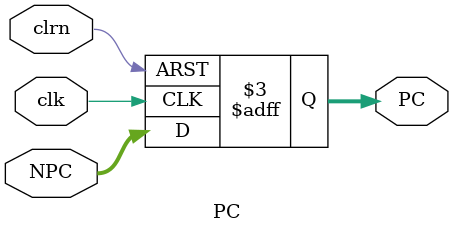
<source format=v>
module PC( clk, clrn, NPC, PC );

  input              clk;
  input              clrn;
  input       [31:0] NPC;
  output reg  [31:0] PC;

  always @(posedge clk, negedge clrn)
    if (clrn==0) 
      PC <= 32'h0000_0000;
//      PC <= 32'h0000_3000;
    else
      PC <= NPC;
      
endmodule


</source>
